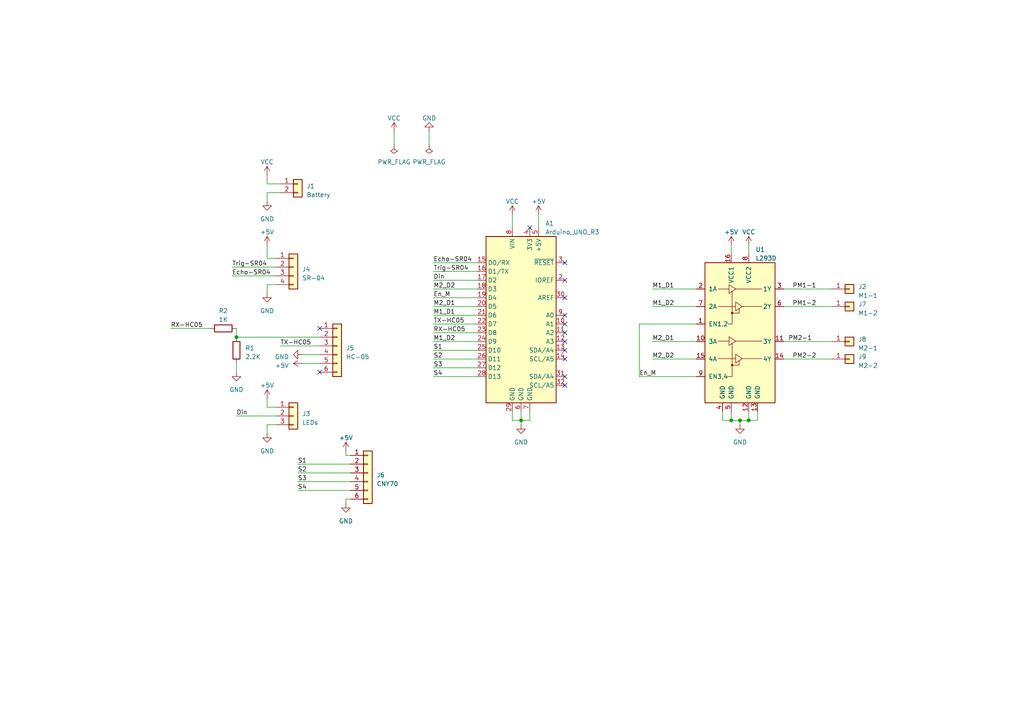
<source format=kicad_sch>
(kicad_sch (version 20230121) (generator eeschema)
  (paper "A4")
  (lib_symbols
    (symbol "Connector_Generic:Conn_01x01" (pin_names (offset 1.016) hide)
      (property "Reference" "J" (at 0 2.54 0))
      (property "Value" "Conn_01x01" (at 0 -2.54 0))
      (symbol "Conn_01x01_1_1"
        (rectangle (start -1.27 0.127) (end 0 -0.127) (stroke (width 0.1524)))
        (rectangle (start -1.27 1.27) (end 1.27 -1.27) (stroke (width 0.254)) (fill (type background)))
        (pin passive line (at -5.08 0 0) (length 3.81) (name "Pin_1") (number "1"))
      )
    )
    (symbol "Connector_Generic:Conn_01x02" (pin_names (offset 1.016) hide)
      (property "Reference" "J" (at 0 2.54 0))
      (property "Value" "Conn_01x02" (at 0 -5.08 0))
      (symbol "Conn_01x02_1_1"
        (rectangle (start -1.27 -2.413) (end 0 -2.667) (stroke (width 0.1524)))
        (rectangle (start -1.27 0.127) (end 0 -0.127) (stroke (width 0.1524)))
        (rectangle (start -1.27 1.27) (end 1.27 -3.81) (stroke (width 0.254)) (fill (type background)))
        (pin passive line (at -5.08 0 0) (length 3.81) (name "Pin_1") (number "1"))
        (pin passive line (at -5.08 -2.54 0) (length 3.81) (name "Pin_2") (number "2"))
      )
    )
    (symbol "Connector_Generic:Conn_01x03" (pin_names (offset 1.016) hide)
      (property "Reference" "J" (at 0 5.08 0))
      (property "Value" "Conn_01x03" (at 0 -5.08 0))
      (symbol "Conn_01x03_1_1"
        (rectangle (start -1.27 -2.413) (end 0 -2.667) (stroke (width 0.1524)))
        (rectangle (start -1.27 0.127) (end 0 -0.127) (stroke (width 0.1524)))
        (rectangle (start -1.27 2.667) (end 0 2.413) (stroke (width 0.1524)))
        (rectangle (start -1.27 3.81) (end 1.27 -3.81) (stroke (width 0.254)) (fill (type background)))
        (pin passive line (at -5.08 2.54 0) (length 3.81) (name "Pin_1") (number "1"))
        (pin passive line (at -5.08 0 0) (length 3.81) (name "Pin_2") (number "2"))
        (pin passive line (at -5.08 -2.54 0) (length 3.81) (name "Pin_3") (number "3"))
      )
    )
    (symbol "Connector_Generic:Conn_01x04" (pin_names (offset 1.016) hide)
      (property "Reference" "J" (at 0 5.08 0))
      (property "Value" "Conn_01x04" (at 0 -7.62 0))
      (symbol "Conn_01x04_1_1"
        (rectangle (start -1.27 -4.953) (end 0 -5.207) (stroke (width 0.1524)))
        (rectangle (start -1.27 -2.413) (end 0 -2.667) (stroke (width 0.1524)))
        (rectangle (start -1.27 0.127) (end 0 -0.127) (stroke (width 0.1524)))
        (rectangle (start -1.27 2.667) (end 0 2.413) (stroke (width 0.1524)))
        (rectangle (start -1.27 3.81) (end 1.27 -6.35) (stroke (width 0.254)) (fill (type background)))
        (pin passive line (at -5.08 2.54 0) (length 3.81) (name "Pin_1") (number "1"))
        (pin passive line (at -5.08 0 0) (length 3.81) (name "Pin_2") (number "2"))
        (pin passive line (at -5.08 -2.54 0) (length 3.81) (name "Pin_3") (number "3"))
        (pin passive line (at -5.08 -5.08 0) (length 3.81) (name "Pin_4") (number "4"))
      )
    )
    (symbol "Connector_Generic:Conn_01x06" (pin_names (offset 1.016) hide)
      (property "Reference" "J" (at 0 7.62 0))
      (property "Value" "Conn_01x06" (at 0 -10.16 0))
      (symbol "Conn_01x06_1_1"
        (rectangle (start -1.27 -7.493) (end 0 -7.747) (stroke (width 0.1524)))
        (rectangle (start -1.27 -4.953) (end 0 -5.207) (stroke (width 0.1524)))
        (rectangle (start -1.27 -2.413) (end 0 -2.667) (stroke (width 0.1524)))
        (rectangle (start -1.27 0.127) (end 0 -0.127) (stroke (width 0.1524)))
        (rectangle (start -1.27 2.667) (end 0 2.413) (stroke (width 0.1524)))
        (rectangle (start -1.27 5.207) (end 0 4.953) (stroke (width 0.1524)))
        (rectangle (start -1.27 6.35) (end 1.27 -8.89) (stroke (width 0.254)) (fill (type background)))
        (pin passive line (at -5.08 5.08 0) (length 3.81) (name "Pin_1") (number "1"))
        (pin passive line (at -5.08 2.54 0) (length 3.81) (name "Pin_2") (number "2"))
        (pin passive line (at -5.08 0 0) (length 3.81) (name "Pin_3") (number "3"))
        (pin passive line (at -5.08 -2.54 0) (length 3.81) (name "Pin_4") (number "4"))
        (pin passive line (at -5.08 -5.08 0) (length 3.81) (name "Pin_5") (number "5"))
        (pin passive line (at -5.08 -7.62 0) (length 3.81) (name "Pin_6") (number "6"))
      )
    )
    (symbol "Device:R" (pin_numbers hide) (pin_names (offset 0))
      (property "Reference" "R" (at 2.032 0 90))
      (property "Value" "R" (at 0 0 90))
      (symbol "R_0_1"
        (rectangle (start -1.016 -2.54) (end 1.016 2.54) (stroke (width 0.254)))
      )
      (symbol "R_1_1"
        (pin passive line (at 0 3.81 270) (length 1.27) (name "~") (number "1"))
        (pin passive line (at 0 -3.81 90) (length 1.27) (name "~") (number "2"))
      )
    )
    (symbol "Driver_Motor:L293D" (pin_names (offset 1.016))
      (property "Reference" "U" (at -5.08 26.035 0))
      (property "Value" "L293D" (at -5.08 24.13 0))
      (symbol "L293D_0_1"
        (rectangle (start -10.16 22.86) (end 10.16 -17.78) (stroke (width 0.254)) (fill (type background)))
        (circle (center -2.286 -6.858) (radius 0.254) (fill (type outline)))
        (circle (center -2.286 8.255) (radius 0.254) (fill (type outline)))
        (polyline (pts (xy -6.35 -4.953) (xy -1.27 -4.953)))
        (polyline (pts (xy -6.35 0.127) (xy -3.175 0.127)))
        (polyline (pts (xy -6.35 10.16) (xy -1.27 10.16)))
        (polyline (pts (xy -6.35 15.24) (xy -3.175 15.24)))
        (polyline (pts (xy -1.27 0.127) (xy 6.35 0.127)))
        (polyline (pts (xy -1.27 15.24) (xy 6.35 15.24)))
        (polyline (pts (xy 0.635 -4.953) (xy 6.35 -4.953)))
        (polyline (pts (xy 0.635 10.16) (xy 6.35 10.16)))
        (polyline (pts (xy -2.286 -6.858) (xy -0.254 -6.858) (xy -0.254 -5.588)))
        (polyline (pts (xy -2.286 -0.635) (xy -2.286 -10.16) (xy -3.556 -10.16)))
        (polyline (pts (xy -2.286 8.255) (xy -0.254 8.255) (xy -0.254 9.525)))
        (polyline (pts (xy -2.286 14.478) (xy -2.286 5.08) (xy -3.556 5.08)))
        (polyline (pts (xy -3.175 1.397) (xy -3.175 -1.143) (xy -1.27 0.127) (xy -3.175 1.397)))
        (polyline (pts (xy -3.175 16.51) (xy -3.175 13.97) (xy -1.27 15.24) (xy -3.175 16.51)))
        (polyline (pts (xy -1.27 -3.683) (xy -1.27 -6.223) (xy 0.635 -4.953) (xy -1.27 -3.683)))
        (polyline (pts (xy -1.27 11.43) (xy -1.27 8.89) (xy 0.635 10.16) (xy -1.27 11.43)))
      )
      (symbol "L293D_1_1"
        (pin input line (at -12.7 5.08 0) (length 2.54) (name "EN1,2") (number "1"))
        (pin input line (at -12.7 0 0) (length 2.54) (name "3A") (number "10"))
        (pin output line (at 12.7 0 180) (length 2.54) (name "3Y") (number "11"))
        (pin power_in line (at 2.54 -20.32 90) (length 2.54) (name "GND") (number "12"))
        (pin power_in line (at 5.08 -20.32 90) (length 2.54) (name "GND") (number "13"))
        (pin output line (at 12.7 -5.08 180) (length 2.54) (name "4Y") (number "14"))
        (pin input line (at -12.7 -5.08 0) (length 2.54) (name "4A") (number "15"))
        (pin power_in line (at -2.54 25.4 270) (length 2.54) (name "VCC1") (number "16"))
        (pin input line (at -12.7 15.24 0) (length 2.54) (name "1A") (number "2"))
        (pin output line (at 12.7 15.24 180) (length 2.54) (name "1Y") (number "3"))
        (pin power_in line (at -5.08 -20.32 90) (length 2.54) (name "GND") (number "4"))
        (pin power_in line (at -2.54 -20.32 90) (length 2.54) (name "GND") (number "5"))
        (pin output line (at 12.7 10.16 180) (length 2.54) (name "2Y") (number "6"))
        (pin input line (at -12.7 10.16 0) (length 2.54) (name "2A") (number "7"))
        (pin power_in line (at 2.54 25.4 270) (length 2.54) (name "VCC2") (number "8"))
        (pin input line (at -12.7 -10.16 0) (length 2.54) (name "EN3,4") (number "9"))
      )
    )
    (symbol "MCU_Module:Arduino_UNO_R3"
      (property "Reference" "A" (at -10.16 23.495 0))
      (property "Value" "Arduino_UNO_R3" (at 5.08 -26.67 0))
      (symbol "Arduino_UNO_R3_0_1"
        (rectangle (start -10.16 22.86) (end 10.16 -25.4) (stroke (width 0.254)) (fill (type background)))
      )
      (symbol "Arduino_UNO_R3_1_1"
        (pin no_connect line (at -10.16 -20.32 0) (length 2.54) hide (name "NC") (number "1"))
        (pin bidirectional line (at 12.7 -2.54 180) (length 2.54) (name "A1") (number "10"))
        (pin bidirectional line (at 12.7 -5.08 180) (length 2.54) (name "A2") (number "11"))
        (pin bidirectional line (at 12.7 -7.62 180) (length 2.54) (name "A3") (number "12"))
        (pin bidirectional line (at 12.7 -10.16 180) (length 2.54) (name "SDA/A4") (number "13"))
        (pin bidirectional line (at 12.7 -12.7 180) (length 2.54) (name "SCL/A5") (number "14"))
        (pin bidirectional line (at -12.7 15.24 0) (length 2.54) (name "D0/RX") (number "15"))
        (pin bidirectional line (at -12.7 12.7 0) (length 2.54) (name "D1/TX") (number "16"))
        (pin bidirectional line (at -12.7 10.16 0) (length 2.54) (name "D2") (number "17"))
        (pin bidirectional line (at -12.7 7.62 0) (length 2.54) (name "D3") (number "18"))
        (pin bidirectional line (at -12.7 5.08 0) (length 2.54) (name "D4") (number "19"))
        (pin output line (at 12.7 10.16 180) (length 2.54) (name "IOREF") (number "2"))
        (pin bidirectional line (at -12.7 2.54 0) (length 2.54) (name "D5") (number "20"))
        (pin bidirectional line (at -12.7 0 0) (length 2.54) (name "D6") (number "21"))
        (pin bidirectional line (at -12.7 -2.54 0) (length 2.54) (name "D7") (number "22"))
        (pin bidirectional line (at -12.7 -5.08 0) (length 2.54) (name "D8") (number "23"))
        (pin bidirectional line (at -12.7 -7.62 0) (length 2.54) (name "D9") (number "24"))
        (pin bidirectional line (at -12.7 -10.16 0) (length 2.54) (name "D10") (number "25"))
        (pin bidirectional line (at -12.7 -12.7 0) (length 2.54) (name "D11") (number "26"))
        (pin bidirectional line (at -12.7 -15.24 0) (length 2.54) (name "D12") (number "27"))
        (pin bidirectional line (at -12.7 -17.78 0) (length 2.54) (name "D13") (number "28"))
        (pin power_in line (at -2.54 -27.94 90) (length 2.54) (name "GND") (number "29"))
        (pin input line (at 12.7 15.24 180) (length 2.54) (name "~{RESET}") (number "3"))
        (pin input line (at 12.7 5.08 180) (length 2.54) (name "AREF") (number "30"))
        (pin bidirectional line (at 12.7 -17.78 180) (length 2.54) (name "SDA/A4") (number "31"))
        (pin bidirectional line (at 12.7 -20.32 180) (length 2.54) (name "SCL/A5") (number "32"))
        (pin power_out line (at 2.54 25.4 270) (length 2.54) (name "3V3") (number "4"))
        (pin power_out line (at 5.08 25.4 270) (length 2.54) (name "+5V") (number "5"))
        (pin power_in line (at 0 -27.94 90) (length 2.54) (name "GND") (number "6"))
        (pin power_in line (at 2.54 -27.94 90) (length 2.54) (name "GND") (number "7"))
        (pin power_in line (at -2.54 25.4 270) (length 2.54) (name "VIN") (number "8"))
        (pin bidirectional line (at 12.7 0 180) (length 2.54) (name "A0") (number "9"))
      )
    )
    (symbol "power:+5V" (power) (pin_names (offset 0))
      (property "Value" "+5V" (at 0 3.556 0))
      (symbol "+5V_0_1"
        (polyline (pts (xy -0.762 1.27) (xy 0 2.54)))
        (polyline (pts (xy 0 0) (xy 0 2.54)))
        (polyline (pts (xy 0 2.54) (xy 0.762 1.27)))
      )
      (symbol "+5V_1_1"
        (pin power_in line (at 0 0 90) (length 0) hide (name "+5V") (number "1"))
      )
    )
    (symbol "power:GND" (power) (pin_names (offset 0))
      (property "Value" "GND" (at 0 -3.81 0))
      (symbol "GND_0_1"
        (polyline (pts (xy 0 0) (xy 0 -1.27) (xy 1.27 -1.27) (xy 0 -2.54) (xy -1.27 -1.27) (xy 0 -1.27)))
      )
      (symbol "GND_1_1"
        (pin power_in line (at 0 0 270) (length 0) hide (name "GND") (number "1"))
      )
    )
    (symbol "power:PWR_FLAG" (power) (pin_numbers hide) (pin_names (offset 0) hide)
      (property "Value" "PWR_FLAG" (at 0 3.81 0))
      (symbol "PWR_FLAG_0_0"
        (pin power_out line (at 0 0 90) (length 0) (name "pwr") (number "1"))
      )
      (symbol "PWR_FLAG_0_1"
        (polyline (pts (xy 0 0) (xy 0 1.27) (xy -1.016 1.905) (xy 0 2.54) (xy 1.016 1.905) (xy 0 1.27)))
      )
    )
    (symbol "power:VCC" (power) (pin_names (offset 0))
      (property "Value" "VCC" (at 0 3.81 0))
      (symbol "VCC_0_1"
        (polyline (pts (xy -0.762 1.27) (xy 0 2.54)))
        (polyline (pts (xy 0 0) (xy 0 2.54)))
        (polyline (pts (xy 0 2.54) (xy 0.762 1.27)))
      )
      (symbol "VCC_1_1"
        (pin power_in line (at 0 0 90) (length 0) hide (name "VCC") (number "1"))
      )
    )
  )
  (junction (at 151.13 121.92))
  (junction (at 68.58 97.79))
  (junction (at 217.17 121.92))
  (junction (at 214.63 121.92))
  (junction (at 212.09 121.92))
  (no_connect (at 163.83 93.98))
  (no_connect (at 163.83 109.22))
  (no_connect (at 92.71 107.95))
  (no_connect (at 163.83 91.44))
  (no_connect (at 163.83 111.76))
  (no_connect (at 163.83 81.28))
  (no_connect (at 163.83 76.2))
  (no_connect (at 163.83 86.36))
  (no_connect (at 163.83 101.6))
  (no_connect (at 163.83 96.52))
  (no_connect (at 153.67 66.04))
  (no_connect (at 163.83 99.06))
  (no_connect (at 163.83 104.14))
  (no_connect (at 92.71 95.25))
  (wire (pts (xy 214.63 121.92) (xy 212.09 121.92)))
  (wire (pts (xy 77.47 123.19) (xy 77.47 125.73)))
  (wire (pts (xy 151.13 119.38) (xy 151.13 121.92)))
  (wire (pts (xy 125.73 86.36) (xy 138.43 86.36)))
  (wire (pts (xy 49.53 95.25) (xy 60.96 95.25)))
  (wire (pts (xy 227.33 83.82) (xy 241.3 83.82)))
  (wire (pts (xy 212.09 119.38) (xy 212.09 121.92)))
  (wire (pts (xy 67.31 77.47) (xy 80.01 77.47)))
  (wire (pts (xy 125.73 76.2) (xy 138.43 76.2)))
  (wire (pts (xy 125.73 104.14) (xy 138.43 104.14)))
  (wire (pts (xy 81.28 100.33) (xy 92.71 100.33)))
  (wire (pts (xy 80.01 123.19) (xy 77.47 123.19)))
  (wire (pts (xy 148.59 121.92) (xy 151.13 121.92)))
  (wire (pts (xy 125.73 109.22) (xy 138.43 109.22)))
  (wire (pts (xy 185.42 93.98) (xy 185.42 109.22)))
  (wire (pts (xy 209.55 121.92) (xy 209.55 119.38)))
  (wire (pts (xy 81.28 55.88) (xy 77.47 55.88)))
  (wire (pts (xy 77.47 55.88) (xy 77.47 58.42)))
  (wire (pts (xy 148.59 62.23) (xy 148.59 66.04)))
  (wire (pts (xy 80.01 82.55) (xy 77.47 82.55)))
  (wire (pts (xy 219.71 121.92) (xy 217.17 121.92)))
  (wire (pts (xy 86.36 142.24) (xy 101.6 142.24)))
  (wire (pts (xy 124.46 38.1) (xy 124.46 41.91)))
  (wire (pts (xy 227.33 99.06) (xy 241.3 99.06)))
  (wire (pts (xy 227.33 88.9) (xy 241.3 88.9)))
  (wire (pts (xy 80.01 118.11) (xy 77.47 118.11)))
  (wire (pts (xy 189.23 83.82) (xy 201.93 83.82)))
  (wire (pts (xy 101.6 144.78) (xy 100.33 144.78)))
  (wire (pts (xy 87.63 105.41) (xy 92.71 105.41)))
  (wire (pts (xy 125.73 88.9) (xy 138.43 88.9)))
  (wire (pts (xy 153.67 121.92) (xy 151.13 121.92)))
  (wire (pts (xy 214.63 121.92) (xy 214.63 123.19)))
  (wire (pts (xy 217.17 71.12) (xy 217.17 73.66)))
  (wire (pts (xy 201.93 93.98) (xy 185.42 93.98)))
  (wire (pts (xy 87.63 102.87) (xy 92.71 102.87)))
  (wire (pts (xy 217.17 119.38) (xy 217.17 121.92)))
  (wire (pts (xy 212.09 71.12) (xy 212.09 73.66)))
  (wire (pts (xy 148.59 119.38) (xy 148.59 121.92)))
  (wire (pts (xy 151.13 121.92) (xy 151.13 123.19)))
  (wire (pts (xy 86.36 137.16) (xy 101.6 137.16)))
  (wire (pts (xy 189.23 99.06) (xy 201.93 99.06)))
  (wire (pts (xy 81.28 53.34) (xy 77.47 53.34)))
  (wire (pts (xy 156.21 62.23) (xy 156.21 66.04)))
  (wire (pts (xy 153.67 119.38) (xy 153.67 121.92)))
  (wire (pts (xy 100.33 144.78) (xy 100.33 146.05)))
  (wire (pts (xy 67.31 80.01) (xy 80.01 80.01)))
  (wire (pts (xy 101.6 132.08) (xy 100.33 132.08)))
  (wire (pts (xy 77.47 53.34) (xy 77.47 50.8)))
  (wire (pts (xy 86.36 139.7) (xy 101.6 139.7)))
  (wire (pts (xy 77.47 82.55) (xy 77.47 85.09)))
  (wire (pts (xy 68.58 105.41) (xy 68.58 107.95)))
  (wire (pts (xy 68.58 95.25) (xy 68.58 97.79)))
  (wire (pts (xy 227.33 104.14) (xy 241.3 104.14)))
  (wire (pts (xy 189.23 104.14) (xy 201.93 104.14)))
  (wire (pts (xy 77.47 74.93) (xy 77.47 71.12)))
  (wire (pts (xy 189.23 88.9) (xy 201.93 88.9)))
  (wire (pts (xy 86.36 134.62) (xy 101.6 134.62)))
  (wire (pts (xy 125.73 78.74) (xy 138.43 78.74)))
  (wire (pts (xy 125.73 101.6) (xy 138.43 101.6)))
  (wire (pts (xy 125.73 93.98) (xy 138.43 93.98)))
  (wire (pts (xy 77.47 118.11) (xy 77.47 115.57)))
  (wire (pts (xy 219.71 119.38) (xy 219.71 121.92)))
  (wire (pts (xy 68.58 120.65) (xy 80.01 120.65)))
  (wire (pts (xy 100.33 132.08) (xy 100.33 130.81)))
  (wire (pts (xy 125.73 96.52) (xy 138.43 96.52)))
  (wire (pts (xy 125.73 99.06) (xy 138.43 99.06)))
  (wire (pts (xy 68.58 97.79) (xy 92.71 97.79)))
  (wire (pts (xy 125.73 106.68) (xy 138.43 106.68)))
  (wire (pts (xy 80.01 74.93) (xy 77.47 74.93)))
  (wire (pts (xy 114.3 38.1) (xy 114.3 41.91)))
  (wire (pts (xy 125.73 91.44) (xy 138.43 91.44)))
  (wire (pts (xy 217.17 121.92) (xy 214.63 121.92)))
  (wire (pts (xy 125.73 81.28) (xy 138.43 81.28)))
  (wire (pts (xy 212.09 121.92) (xy 209.55 121.92)))
  (wire (pts (xy 125.73 83.82) (xy 138.43 83.82)))
  (wire (pts (xy 185.42 109.22) (xy 201.93 109.22)))
  (label "RX-HC05" (at 125.73 96.52 0))
  (label "M2_D1" (at 125.73 88.9 0))
  (label "TX-HC05" (at 81.28 100.33 0))
  (label "M1_D2" (at 189.23 88.9 0))
  (label "En_M" (at 185.42 109.22 0))
  (label "Din" (at 68.58 120.65 0))
  (label "M2_D2" (at 189.23 104.14 0))
  (label "Trig-SR04" (at 67.31 77.47 0))
  (label "S3" (at 86.36 139.7 0))
  (label "Din" (at 125.73 81.28 0))
  (label "Trig-SR04" (at 125.73 78.74 0))
  (label "Echo-SR04" (at 67.31 80.01 0))
  (label "RX-HC05" (at 49.53 95.25 0))
  (label "PM2-2" (at 229.87 104.14 0))
  (label "En_M" (at 125.73 86.36 0))
  (label "S1" (at 86.36 134.62 0))
  (label "S4" (at 125.73 109.22 0))
  (label "M2_D1" (at 189.23 99.06 0))
  (label "M1_D2" (at 125.73 99.06 0))
  (label "S4" (at 86.36 142.24 0))
  (label "M1_D1" (at 189.23 83.82 0))
  (label "PM1-2" (at 229.87 88.9 0))
  (label "Echo-SR04" (at 125.73 76.2 0))
  (label "TX-HC05" (at 125.73 93.98 0))
  (label "S2" (at 125.73 104.14 0))
  (label "S1" (at 125.73 101.6 0))
  (label "PM1-1" (at 229.87 83.82 0))
  (label "S3" (at 125.73 106.68 0))
  (label "M1_D1" (at 125.73 91.44 0))
  (label "M2_D2" (at 125.73 83.82 0))
  (label "S2" (at 86.36 137.16 0))
  (label "PM2-1" (at 228.6 99.06 0))
  (symbol (lib_id "power:GND") (at 151.13 123.19 0) (unit 1)
    (property "Reference" "#PWR03" (effects hide))
    (property "Value" "GND" (at 151.13 128.27 0))
  )
  (symbol (lib_id "Connector_Generic:Conn_01x02") (at 86.36 53.34 0) (unit 1)
    (property "Reference" "J1" (at 88.9 53.975 0) (effects (justify left)))
    (property "Value" "Battery" (at 88.9 56.515 0) (effects (justify left)))
    (property "Footprint" "Connector_PinHeader_2.54mm:PinHeader_1x02_P2.54mm_Vertical" (effects hide))
  )
  (symbol (lib_id "Device:R") (at 68.58 101.6 0) (unit 1)
    (property "Reference" "R1" (at 71.12 100.965 0) (effects (justify left)))
    (property "Value" "2.2K" (at 71.12 103.505 0) (effects (justify left)))
    (property "Footprint" "Resistor_THT:R_Axial_DIN0207_L6.3mm_D2.5mm_P7.62mm_Horizontal" (effects hide))
  )
  (symbol (lib_id "power:VCC") (at 114.3 38.1 0) (unit 1)
    (property "Reference" "#PWR018" (effects hide))
    (property "Value" "VCC" (at 114.3 34.29 0))
  )
  (symbol (lib_id "power:VCC") (at 217.17 71.12 0) (unit 1)
    (property "Reference" "#PWR08" (effects hide))
    (property "Value" "VCC" (at 217.17 67.31 0))
  )
  (symbol (lib_id "power:GND") (at 100.33 146.05 0) (unit 1)
    (property "Reference" "#PWR017" (effects hide))
    (property "Value" "GND" (at 100.33 151.13 0))
  )
  (symbol (lib_id "Connector_Generic:Conn_01x01") (at 246.38 83.82 0) (unit 1)
    (property "Reference" "J2" (at 248.92 83.185 0) (effects (justify left)))
    (property "Value" "M1-1" (at 248.92 85.725 0) (effects (justify left)))
    (property "Footprint" "Connector_PinHeader_1.00mm:PinHeader_1x01_P1.00mm_Horizontal" (effects hide))
  )
  (symbol (lib_id "Connector_Generic:Conn_01x01") (at 246.38 99.06 0) (unit 1)
    (property "Reference" "J8" (at 248.92 98.425 0) (effects (justify left)))
    (property "Value" "M2-1" (at 248.92 100.965 0) (effects (justify left)))
    (property "Footprint" "Connector_PinHeader_1.00mm:PinHeader_1x01_P1.00mm_Horizontal" (effects hide))
  )
  (symbol (lib_id "Connector_Generic:Conn_01x01") (at 246.38 104.14 0) (unit 1)
    (property "Reference" "J9" (at 248.92 103.505 0) (effects (justify left)))
    (property "Value" "M2-2" (at 248.92 106.045 0) (effects (justify left)))
    (property "Footprint" "Connector_PinHeader_1.00mm:PinHeader_1x01_P1.00mm_Horizontal" (effects hide))
  )
  (symbol (lib_id "power:+5V") (at 77.47 115.57 0) (unit 1)
    (property "Reference" "#PWR011" (effects hide))
    (property "Value" "+5V" (at 77.47 111.76 0))
  )
  (symbol (lib_id "Connector_Generic:Conn_01x06") (at 97.79 100.33 0) (unit 1)
    (property "Reference" "J5" (at 100.33 100.965 0) (effects (justify left)))
    (property "Value" "HC-05" (at 100.33 103.505 0) (effects (justify left)))
    (property "Footprint" "Connector_PinSocket_2.54mm:PinSocket_1x06_P2.54mm_Vertical" (effects hide))
  )
  (symbol (lib_id "power:PWR_FLAG") (at 114.3 41.91 180) (unit 1)
    (property "Reference" "#FLG01" (effects hide))
    (property "Value" "PWR_FLAG" (at 114.3 46.99 0))
  )
  (symbol (lib_id "Connector_Generic:Conn_01x01") (at 246.38 88.9 0) (unit 1)
    (property "Reference" "J7" (at 248.92 88.265 0) (effects (justify left)))
    (property "Value" "M1-2" (at 248.92 90.805 0) (effects (justify left)))
    (property "Footprint" "Connector_PinHeader_1.00mm:PinHeader_1x01_P1.00mm_Horizontal" (effects hide))
  )
  (symbol (lib_id "Connector_Generic:Conn_01x03") (at 85.09 120.65 0) (unit 1)
    (property "Reference" "J3" (at 87.63 120.015 0) (effects (justify left)))
    (property "Value" "LEDs" (at 87.63 122.555 0) (effects (justify left)))
    (property "Footprint" "Connector_PinHeader_2.54mm:PinHeader_1x03_P2.54mm_Vertical" (effects hide))
  )
  (symbol (lib_id "power:GND") (at 77.47 58.42 0) (unit 1)
    (property "Reference" "#PWR02" (effects hide))
    (property "Value" "GND" (at 77.47 63.5 0))
  )
  (symbol (lib_id "power:GND") (at 87.63 102.87 270) (unit 1)
    (property "Reference" "#PWR014" (effects hide))
    (property "Value" "GND" (at 83.82 103.505 90) (effects (justify right)))
  )
  (symbol (lib_id "power:GND") (at 124.46 38.1 180) (unit 1)
    (property "Reference" "#PWR019" (effects hide))
    (property "Value" "GND" (at 124.46 34.29 0))
  )
  (symbol (lib_id "power:+5V") (at 156.21 62.23 0) (unit 1)
    (property "Reference" "#PWR05" (effects hide))
    (property "Value" "+5V" (at 156.21 58.42 0))
  )
  (symbol (lib_id "power:VCC") (at 148.59 62.23 0) (unit 1)
    (property "Reference" "#PWR04" (effects hide))
    (property "Value" "VCC" (at 148.59 58.42 0))
  )
  (symbol (lib_id "power:+5V") (at 87.63 105.41 90) (unit 1)
    (property "Reference" "#PWR013" (effects hide))
    (property "Value" "+5V" (at 83.82 106.045 90) (effects (justify left)))
  )
  (symbol (lib_id "MCU_Module:Arduino_UNO_R3") (at 151.13 91.44 0) (unit 1)
    (property "Reference" "A1" (at 158.1659 64.77 0) (effects (justify left)))
    (property "Value" "Arduino_UNO_R3" (at 158.1659 67.31 0) (effects (justify left)))
    (property "Footprint" "ArduinoPins:Arduino_UNO_R3-pins" (effects hide))
    (property "Datasheet" "https://www.arduino.cc/en/Main/arduinoBoardUno" (effects hide))
  )
  (symbol (lib_id "Connector_Generic:Conn_01x06") (at 106.68 137.16 0) (unit 1)
    (property "Reference" "J6" (at 109.22 137.795 0) (effects (justify left)))
    (property "Value" "CNY70" (at 109.22 140.335 0) (effects (justify left)))
    (property "Footprint" "Connector_PinHeader_2.54mm:PinHeader_1x06_P2.54mm_Vertical" (effects hide))
  )
  (symbol (lib_id "Driver_Motor:L293D") (at 214.63 99.06 0) (unit 1)
    (property "Reference" "U1" (at 219.1259 72.39 0) (effects (justify left)))
    (property "Value" "L293D" (at 219.1259 74.93 0) (effects (justify left)))
    (property "Footprint" "Package_DIP:DIP-16_W7.62mm" (effects hide))
    (property "Datasheet" "http://www.ti.com/lit/ds/symlink/l293.pdf" (effects hide))
  )
  (symbol (lib_id "power:+5V") (at 77.47 71.12 0) (unit 1)
    (property "Reference" "#PWR06" (effects hide))
    (property "Value" "+5V" (at 77.47 67.31 0))
  )
  (symbol (lib_id "power:+5V") (at 212.09 71.12 0) (unit 1)
    (property "Reference" "#PWR010" (effects hide))
    (property "Value" "+5V" (at 212.09 67.31 0))
  )
  (symbol (lib_id "power:GND") (at 214.63 123.19 0) (unit 1)
    (property "Reference" "#PWR09" (effects hide))
    (property "Value" "GND" (at 214.63 128.27 0))
  )
  (symbol (lib_id "Device:R") (at 64.77 95.25 90) (unit 1)
    (property "Reference" "R2" (at 64.77 90.17 90))
    (property "Value" "1K" (at 64.77 92.71 90))
    (property "Footprint" "Resistor_THT:R_Axial_DIN0207_L6.3mm_D2.5mm_P7.62mm_Horizontal" (effects hide))
  )
  (symbol (lib_id "power:GND") (at 77.47 85.09 0) (unit 1)
    (property "Reference" "#PWR07" (effects hide))
    (property "Value" "GND" (at 77.47 90.17 0))
  )
  (symbol (lib_id "power:GND") (at 68.58 107.95 0) (unit 1)
    (property "Reference" "#PWR015" (effects hide))
    (property "Value" "GND" (at 68.58 113.03 0))
  )
  (symbol (lib_id "power:VCC") (at 77.47 50.8 0) (unit 1)
    (property "Reference" "#PWR01" (effects hide))
    (property "Value" "VCC" (at 77.47 46.99 0))
  )
  (symbol (lib_id "Connector_Generic:Conn_01x04") (at 85.09 77.47 0) (unit 1)
    (property "Reference" "J4" (at 87.63 78.105 0) (effects (justify left)))
    (property "Value" "SR-04" (at 87.63 80.645 0) (effects (justify left)))
    (property "Footprint" "Connector_PinSocket_2.54mm:PinSocket_1x04_P2.54mm_Vertical" (effects hide))
  )
  (symbol (lib_id "power:+5V") (at 100.33 130.81 0) (unit 1)
    (property "Reference" "#PWR016" (effects hide))
    (property "Value" "+5V" (at 100.33 127 0))
  )
  (symbol (lib_id "power:PWR_FLAG") (at 124.46 41.91 180) (unit 1)
    (property "Reference" "#FLG02" (effects hide))
    (property "Value" "PWR_FLAG" (at 124.46 46.99 0))
  )
  (symbol (lib_id "power:GND") (at 77.47 125.73 0) (unit 1)
    (property "Reference" "#PWR012" (effects hide))
    (property "Value" "GND" (at 77.47 130.81 0))
  )
)
</source>
